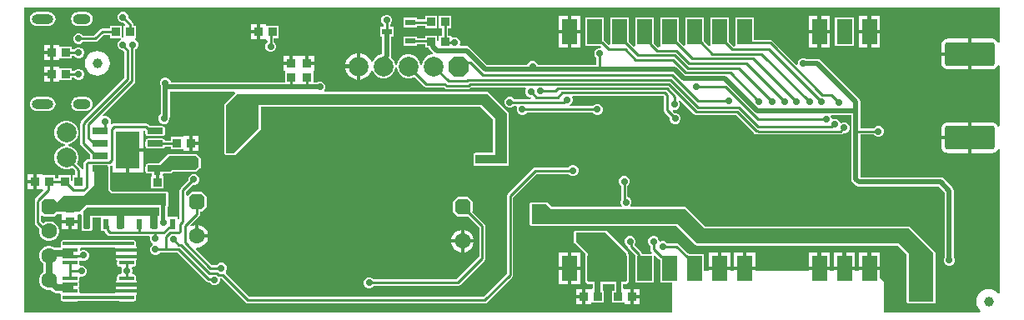
<source format=gbr>
G04*
G04 #@! TF.GenerationSoftware,Altium Limited,Altium Designer,25.8.1 (18)*
G04*
G04 Layer_Physical_Order=2*
G04 Layer_Color=16711680*
%FSLAX44Y44*%
%MOMM*%
G71*
G04*
G04 #@! TF.SameCoordinates,845D26C6-CDDF-46F2-9304-2575DF004011*
G04*
G04*
G04 #@! TF.FilePolarity,Positive*
G04*
G01*
G75*
%ADD12C,0.2500*%
%ADD14C,0.2540*%
%ADD18R,0.8500X0.8500*%
%ADD19R,0.8500X0.8500*%
%ADD20R,1.0000X0.6000*%
G04:AMPARAMS|DCode=25|XSize=5.08mm|YSize=2.42mm|CornerRadius=0.3025mm|HoleSize=0mm|Usage=FLASHONLY|Rotation=180.000|XOffset=0mm|YOffset=0mm|HoleType=Round|Shape=RoundedRectangle|*
%AMROUNDEDRECTD25*
21,1,5.0800,1.8150,0,0,180.0*
21,1,4.4750,2.4200,0,0,180.0*
1,1,0.6050,-2.2375,0.9075*
1,1,0.6050,2.2375,0.9075*
1,1,0.6050,2.2375,-0.9075*
1,1,0.6050,-2.2375,-0.9075*
%
%ADD25ROUNDEDRECTD25*%
%ADD27R,0.6000X1.0000*%
%ADD36C,1.0000*%
%ADD82C,0.6000*%
%ADD90C,0.3000*%
%ADD91C,0.5000*%
%ADD92C,0.7000*%
%ADD93C,1.6000*%
%ADD94C,5.0000*%
%ADD95C,2.0000*%
%ADD96R,2.0000X2.0000*%
%ADD97C,0.5000*%
G04:AMPARAMS|DCode=98|XSize=2mm|YSize=2mm|CornerRadius=0mm|HoleSize=0mm|Usage=FLASHONLY|Rotation=180.000|XOffset=0mm|YOffset=0mm|HoleType=Round|Shape=Octagon|*
%AMOCTAGOND98*
4,1,8,-1.0000,0.5000,-1.0000,-0.5000,-0.5000,-1.0000,0.5000,-1.0000,1.0000,-0.5000,1.0000,0.5000,0.5000,1.0000,-0.5000,1.0000,-1.0000,0.5000,0.0*
%
%ADD98OCTAGOND98*%

G04:AMPARAMS|DCode=99|XSize=1.6mm|YSize=1.6mm|CornerRadius=0mm|HoleSize=0mm|Usage=FLASHONLY|Rotation=270.000|XOffset=0mm|YOffset=0mm|HoleType=Round|Shape=Octagon|*
%AMOCTAGOND99*
4,1,8,-0.4000,-0.8000,0.4000,-0.8000,0.8000,-0.4000,0.8000,0.4000,0.4000,0.8000,-0.4000,0.8000,-0.8000,0.4000,-0.8000,-0.4000,-0.4000,-0.8000,0.0*
%
%ADD99OCTAGOND99*%

%ADD100O,2.2000X1.0000*%
%ADD101O,1.8000X1.0000*%
%ADD102C,0.7000*%
G04:AMPARAMS|DCode=103|XSize=1.475mm|YSize=0.4mm|CornerRadius=0.05mm|HoleSize=0mm|Usage=FLASHONLY|Rotation=0.000|XOffset=0mm|YOffset=0mm|HoleType=Round|Shape=RoundedRectangle|*
%AMROUNDEDRECTD103*
21,1,1.4750,0.3000,0,0,0.0*
21,1,1.3750,0.4000,0,0,0.0*
1,1,0.1000,0.6875,-0.1500*
1,1,0.1000,-0.6875,-0.1500*
1,1,0.1000,-0.6875,0.1500*
1,1,0.1000,0.6875,0.1500*
%
%ADD103ROUNDEDRECTD103*%
%ADD104R,2.4100X3.8100*%
G04:AMPARAMS|DCode=105|XSize=1.6mm|YSize=0.6mm|CornerRadius=0.075mm|HoleSize=0mm|Usage=FLASHONLY|Rotation=180.000|XOffset=0mm|YOffset=0mm|HoleType=Round|Shape=RoundedRectangle|*
%AMROUNDEDRECTD105*
21,1,1.6000,0.4500,0,0,180.0*
21,1,1.4500,0.6000,0,0,180.0*
1,1,0.1500,-0.7250,0.2250*
1,1,0.1500,0.7250,0.2250*
1,1,0.1500,0.7250,-0.2250*
1,1,0.1500,-0.7250,-0.2250*
%
%ADD105ROUNDEDRECTD105*%
%ADD106R,1.5000X2.5000*%
%ADD107C,0.3700*%
G36*
X995000Y279137D02*
X993500Y278839D01*
X993075Y279866D01*
X992029Y281229D01*
X990666Y282275D01*
X989078Y282932D01*
X987375Y283156D01*
X966750D01*
Y267500D01*
Y251844D01*
X987375D01*
X989078Y252068D01*
X990666Y252725D01*
X992029Y253771D01*
X993075Y255134D01*
X993500Y256161D01*
X995000Y255863D01*
Y194137D01*
X993500Y193839D01*
X993075Y194866D01*
X992029Y196229D01*
X990666Y197275D01*
X989078Y197932D01*
X987375Y198156D01*
X966750D01*
Y182500D01*
Y166844D01*
X987375D01*
X989078Y167068D01*
X990666Y167725D01*
X992029Y168771D01*
X993075Y170134D01*
X993500Y171161D01*
X995000Y170863D01*
Y24662D01*
X993500Y24153D01*
X992915Y24915D01*
X990304Y26919D01*
X987263Y28178D01*
X984000Y28608D01*
X980737Y28178D01*
X977696Y26919D01*
X975085Y24915D01*
X973081Y22304D01*
X971822Y19263D01*
X971392Y16000D01*
X971822Y12737D01*
X973081Y9696D01*
X975085Y7085D01*
X975847Y6500D01*
X975338Y5000D01*
X877549D01*
Y35000D01*
X877355Y35975D01*
X876802Y36802D01*
X873900Y39705D01*
Y48250D01*
X851900D01*
Y47549D01*
X848500D01*
Y48250D01*
X826500D01*
Y47549D01*
X823100D01*
Y48250D01*
X801100D01*
Y47549D01*
X747400D01*
Y48250D01*
X725400D01*
Y47549D01*
X722000D01*
Y48250D01*
X700000D01*
Y47549D01*
X695100D01*
Y64500D01*
X679692D01*
X679370Y64564D01*
X679151D01*
X669358Y74358D01*
X668276Y75080D01*
X667000Y75334D01*
X657444D01*
X656115Y76663D01*
X654094Y77500D01*
X651906D01*
X651000Y77125D01*
X649500Y78094D01*
X648663Y80115D01*
X647115Y81663D01*
X645094Y82500D01*
X642906D01*
X640884Y81663D01*
X639337Y80115D01*
X638500Y78094D01*
Y75906D01*
X639337Y73885D01*
X640666Y72556D01*
Y69000D01*
X640920Y67724D01*
X641643Y66642D01*
X642399Y65886D01*
X641825Y64500D01*
X631890D01*
X631650Y65706D01*
X630928Y66788D01*
X624247Y73468D01*
X624663Y73885D01*
X625500Y75906D01*
Y78094D01*
X624663Y80115D01*
X623116Y81663D01*
X621094Y82500D01*
X618906D01*
X616884Y81663D01*
X615337Y80115D01*
X614500Y78094D01*
Y75906D01*
X615337Y73885D01*
X616884Y72337D01*
X617535Y72068D01*
X617773Y70871D01*
X618496Y69789D01*
X625236Y63049D01*
Y56230D01*
X625300Y55908D01*
Y35500D01*
X644300D01*
Y62025D01*
X645686Y62599D01*
X649412Y58872D01*
X650494Y58150D01*
X650700Y58109D01*
Y35500D01*
X662041D01*
X662451Y35000D01*
Y5000D01*
X5000D01*
Y315000D01*
X995000D01*
Y279137D01*
D02*
G37*
%LPC*%
G36*
X424250Y306250D02*
X411750D01*
Y302814D01*
X404000D01*
Y304500D01*
X390000D01*
Y294500D01*
X404000D01*
Y296186D01*
X411750D01*
Y293750D01*
X424250D01*
Y306250D01*
D02*
G37*
G36*
X67500Y310260D02*
X59500D01*
X57673Y310020D01*
X55970Y309314D01*
X54508Y308192D01*
X53386Y306730D01*
X52680Y305027D01*
X52440Y303200D01*
X52680Y301373D01*
X53386Y299670D01*
X54508Y298208D01*
X55970Y297085D01*
X57673Y296380D01*
X59500Y296140D01*
X67500D01*
X69327Y296380D01*
X71030Y297085D01*
X72492Y298208D01*
X73615Y299670D01*
X74320Y301373D01*
X74560Y303200D01*
X74320Y305027D01*
X73615Y306730D01*
X72492Y308192D01*
X71030Y309314D01*
X69327Y310020D01*
X67500Y310260D01*
D02*
G37*
G36*
X29500D02*
X17500D01*
X15673Y310020D01*
X13970Y309314D01*
X12507Y308192D01*
X11386Y306730D01*
X10680Y305027D01*
X10440Y303200D01*
X10680Y301373D01*
X11386Y299670D01*
X12507Y298208D01*
X13970Y297085D01*
X15673Y296380D01*
X17500Y296140D01*
X29500D01*
X31327Y296380D01*
X33030Y297085D01*
X34492Y298208D01*
X35615Y299670D01*
X36320Y301373D01*
X36560Y303200D01*
X36320Y305027D01*
X35615Y306730D01*
X34492Y308192D01*
X33030Y309314D01*
X31327Y310020D01*
X29500Y310260D01*
D02*
G37*
G36*
X873900Y306000D02*
X864650D01*
Y291750D01*
X873900D01*
Y306000D01*
D02*
G37*
G36*
X861150D02*
X851900D01*
Y291750D01*
X861150D01*
Y306000D01*
D02*
G37*
G36*
X823100D02*
X813850D01*
Y291750D01*
X823100D01*
Y306000D01*
D02*
G37*
G36*
X810350D02*
X801100D01*
Y291750D01*
X810350D01*
Y306000D01*
D02*
G37*
G36*
X569600D02*
X560350D01*
Y291750D01*
X569600D01*
Y306000D01*
D02*
G37*
G36*
X556850D02*
X547600D01*
Y291750D01*
X556850D01*
Y306000D01*
D02*
G37*
G36*
X241250Y297750D02*
X235250D01*
Y291750D01*
X241250D01*
Y297750D01*
D02*
G37*
G36*
X106094Y310500D02*
X103906D01*
X101884Y309663D01*
X100337Y308116D01*
X99500Y306094D01*
Y303906D01*
X100337Y301884D01*
X101884Y300337D01*
X103906Y299500D01*
X105814D01*
X107564Y297750D01*
X106943Y296250D01*
X105750D01*
Y285040D01*
X105000Y284438D01*
X104250Y285041D01*
Y296250D01*
X91750D01*
Y293314D01*
X84000D01*
X82732Y293061D01*
X81657Y292343D01*
X75627Y286314D01*
X64465D01*
X63116Y287663D01*
X61094Y288500D01*
X58906D01*
X56884Y287663D01*
X55337Y286115D01*
X54500Y284094D01*
Y281906D01*
X55337Y279884D01*
X56884Y278337D01*
X58906Y277500D01*
X61094D01*
X63116Y278337D01*
X64465Y279686D01*
X77000D01*
X78268Y279939D01*
X79343Y280657D01*
X85372Y286686D01*
X91750D01*
Y283750D01*
X102750D01*
X103004Y283750D01*
X103143Y283050D01*
X103298Y282271D01*
X101962Y281695D01*
X101884Y281663D01*
X100337Y280116D01*
X99500Y278094D01*
Y275906D01*
X100337Y273885D01*
X101884Y272337D01*
X103906Y271500D01*
X104839D01*
X106325Y270013D01*
Y243375D01*
X63157Y200207D01*
X62439Y199132D01*
X62186Y197864D01*
Y197639D01*
X61939Y197268D01*
X61686Y196000D01*
Y177000D01*
X61939Y175732D01*
X62657Y174657D01*
X71942Y165372D01*
X71946Y165351D01*
Y161400D01*
X71219Y160514D01*
X69465D01*
X68196Y160261D01*
X67121Y159543D01*
X65657Y158079D01*
X64939Y157004D01*
X64686Y155736D01*
Y150789D01*
X63186Y150641D01*
X63062Y151268D01*
X62343Y152343D01*
X58200Y156486D01*
X58882Y157668D01*
X59700Y160720D01*
Y163880D01*
X58882Y166932D01*
X57302Y169668D01*
X55068Y171902D01*
X52332Y173482D01*
X49280Y174300D01*
Y175700D01*
X52332Y176518D01*
X55068Y178098D01*
X57302Y180332D01*
X58882Y183068D01*
X59700Y186120D01*
Y189280D01*
X58882Y192332D01*
X57302Y195068D01*
X55068Y197302D01*
X52332Y198882D01*
X49280Y199700D01*
X46120D01*
X43068Y198882D01*
X40332Y197302D01*
X38098Y195068D01*
X36518Y192332D01*
X35700Y189280D01*
Y186120D01*
X36518Y183068D01*
X38098Y180332D01*
X40332Y178098D01*
X43068Y176518D01*
X46120Y175700D01*
Y174300D01*
X43068Y173482D01*
X40332Y171902D01*
X38098Y169668D01*
X36518Y166932D01*
X35700Y163880D01*
Y160720D01*
X36518Y157668D01*
X38098Y154932D01*
X40332Y152698D01*
X43068Y151118D01*
X46120Y150300D01*
X49280D01*
X52332Y151118D01*
X53514Y151800D01*
X56687Y148627D01*
Y144250D01*
X53750D01*
Y138487D01*
X52427Y137780D01*
X52250Y137898D01*
Y144250D01*
X39750D01*
Y141314D01*
X36250D01*
Y144250D01*
X23750D01*
Y145750D01*
X17750D01*
Y138000D01*
Y130250D01*
X22846Y130250D01*
X23963Y128966D01*
X23946Y128632D01*
X16657Y121343D01*
X15939Y120268D01*
X15718Y119158D01*
X15689Y119114D01*
X15436Y117846D01*
Y95927D01*
X15689Y94658D01*
X16407Y93583D01*
X20248Y89742D01*
X20000Y88816D01*
Y86183D01*
X20681Y83640D01*
X21998Y81360D01*
X23860Y79498D01*
X26140Y78181D01*
X28683Y77500D01*
X31316D01*
X33860Y78181D01*
X36140Y79498D01*
X38002Y81360D01*
X39318Y83640D01*
X40000Y86183D01*
Y88816D01*
X39318Y91360D01*
X38002Y93640D01*
X36140Y95502D01*
X33860Y96818D01*
X31316Y97500D01*
X28683D01*
X26140Y96818D01*
X23860Y95502D01*
X22064Y97299D01*
Y103476D01*
X23449Y104050D01*
X25000Y102500D01*
X35000D01*
X37461Y104961D01*
X41837D01*
X43250Y104750D01*
Y98750D01*
X58750D01*
Y103461D01*
X60163Y104961D01*
X61000D01*
X61461Y105052D01*
X62528Y104473D01*
X62961Y104101D01*
Y90000D01*
X63116Y89220D01*
X63500Y88645D01*
Y88000D01*
X64803D01*
X65000Y87961D01*
X72000D01*
X72197Y88000D01*
X73500D01*
Y88645D01*
X73884Y89220D01*
X74039Y90000D01*
Y100961D01*
X82500D01*
Y88000D01*
X86086D01*
X86189Y87482D01*
X86907Y86407D01*
X89657Y83657D01*
X90732Y82939D01*
X92000Y82686D01*
X131810D01*
X132643Y81439D01*
X132500Y81094D01*
Y78906D01*
X133337Y76884D01*
X134885Y75337D01*
X134946Y75312D01*
Y73688D01*
X134885Y73663D01*
X133337Y72116D01*
X132500Y70094D01*
Y67906D01*
X133337Y65884D01*
X134885Y64337D01*
X136906Y63500D01*
X139094D01*
X141116Y64337D01*
X142465Y65686D01*
X160264D01*
X189336Y36614D01*
X190411Y35895D01*
X191679Y35643D01*
X192908D01*
X193183Y34980D01*
X194730Y33433D01*
X196752Y32596D01*
X198940D01*
X200961Y33433D01*
X202508Y34980D01*
X203346Y37002D01*
Y39190D01*
X203556Y39505D01*
X205194Y39619D01*
X229657Y15157D01*
X230732Y14439D01*
X232000Y14186D01*
X472500D01*
X473768Y14439D01*
X474843Y15157D01*
X500343Y40657D01*
X501061Y41732D01*
X501314Y43000D01*
Y121627D01*
X525373Y145686D01*
X557536D01*
X558885Y144337D01*
X560906Y143500D01*
X563094D01*
X565116Y144337D01*
X566663Y145885D01*
X567500Y147906D01*
Y150094D01*
X566663Y152115D01*
X565116Y153663D01*
X563094Y154500D01*
X560906D01*
X558885Y153663D01*
X557536Y152314D01*
X524000D01*
X522732Y152061D01*
X521657Y151343D01*
X495657Y125343D01*
X494939Y124268D01*
X494686Y123000D01*
Y44373D01*
X471128Y20814D01*
X233373D01*
X209543Y44643D01*
X209497Y46719D01*
X209663Y46884D01*
X210500Y48906D01*
Y51094D01*
X209663Y53116D01*
X208116Y54663D01*
X206094Y55500D01*
X203906D01*
X201884Y54663D01*
X200536Y53314D01*
X195373D01*
X179186Y69500D01*
X179807Y71000D01*
X181514D01*
X184439Y71784D01*
X187061Y73298D01*
X189202Y75439D01*
X190716Y78061D01*
X191437Y80750D01*
X180000D01*
Y82500D01*
X178250D01*
Y93937D01*
X175561Y93216D01*
X174290Y92482D01*
X173369Y93682D01*
X182343Y102657D01*
X183061Y103732D01*
X183314Y105000D01*
Y107500D01*
X185000D01*
X190000Y112500D01*
Y122500D01*
X185000Y127500D01*
X175000D01*
X170814Y123314D01*
X169314Y123935D01*
Y127627D01*
X176186Y134500D01*
X178094D01*
X180116Y135337D01*
X181663Y136884D01*
X182500Y138906D01*
Y141094D01*
X181663Y143116D01*
X180116Y144663D01*
X178094Y145500D01*
X175906D01*
X173885Y144663D01*
X172337Y143116D01*
X171500Y141094D01*
Y139186D01*
X163657Y131343D01*
X162939Y130268D01*
X162686Y129000D01*
Y99324D01*
X162000Y98801D01*
X160500Y99545D01*
Y102000D01*
X150500D01*
X150039Y103309D01*
Y112000D01*
X151000D01*
Y113803D01*
X151039Y114000D01*
Y126000D01*
X150884Y126780D01*
X150442Y127442D01*
X149780Y127884D01*
X149000Y128039D01*
X93845D01*
X92039Y129845D01*
Y148626D01*
X92054Y148700D01*
Y153200D01*
X92112Y153749D01*
X92950Y154293D01*
X94450Y153568D01*
Y147450D01*
X108250D01*
Y170000D01*
X110000D01*
Y171750D01*
X125550D01*
Y189498D01*
X126887Y190059D01*
X127946Y189202D01*
Y186800D01*
X128160Y185727D01*
X128767Y184817D01*
X129677Y184210D01*
X130750Y183996D01*
X145250D01*
X146323Y184210D01*
X147233Y184817D01*
X147840Y185727D01*
X148054Y186800D01*
Y191300D01*
X147840Y192373D01*
X147233Y193283D01*
X146323Y193890D01*
X145250Y194104D01*
X136299D01*
X136250Y194114D01*
X132573D01*
X130343Y196343D01*
X129268Y197061D01*
X128000Y197314D01*
X96000D01*
X94732Y197061D01*
X93657Y196343D01*
X93348Y196035D01*
X92077Y196884D01*
X92500Y197906D01*
Y200094D01*
X91663Y202115D01*
X90115Y203663D01*
X88094Y204500D01*
X85906D01*
X84884Y204077D01*
X84035Y205348D01*
X116482Y237796D01*
X117200Y238871D01*
X117453Y240139D01*
Y272063D01*
X118116Y272337D01*
X119663Y273885D01*
X120500Y275906D01*
Y278094D01*
X119663Y280116D01*
X118116Y281663D01*
X116698Y282250D01*
X116996Y283750D01*
X118250D01*
Y296250D01*
X115313D01*
Y298000D01*
X115061Y299268D01*
X114343Y300343D01*
X110500Y304186D01*
Y306094D01*
X109663Y308116D01*
X108116Y309663D01*
X106094Y310500D01*
D02*
G37*
G36*
X241250Y288250D02*
X235250D01*
Y282250D01*
X241250D01*
Y288250D01*
D02*
G37*
G36*
X847000Y304500D02*
X828000D01*
Y275500D01*
X847000D01*
Y304500D01*
D02*
G37*
G36*
X873900Y288250D02*
X864650D01*
Y274000D01*
X873900D01*
Y288250D01*
D02*
G37*
G36*
X861150D02*
X851900D01*
Y274000D01*
X861150D01*
Y288250D01*
D02*
G37*
G36*
X823100D02*
X813850D01*
Y274000D01*
X823100D01*
Y288250D01*
D02*
G37*
G36*
X810350D02*
X801100D01*
Y274000D01*
X810350D01*
Y288250D01*
D02*
G37*
G36*
X569600D02*
X560350D01*
Y274000D01*
X569600D01*
Y288250D01*
D02*
G37*
G36*
X556850D02*
X547600D01*
Y274000D01*
X556850D01*
Y288250D01*
D02*
G37*
G36*
X31250Y276750D02*
X25250D01*
Y270750D01*
X31250D01*
Y276750D01*
D02*
G37*
G36*
X250750Y297750D02*
X244750D01*
Y290000D01*
Y282250D01*
X250750D01*
X251686Y281138D01*
Y279464D01*
X250337Y278116D01*
X249500Y276094D01*
Y273906D01*
X250337Y271884D01*
X251884Y270337D01*
X253906Y269500D01*
X256094D01*
X258116Y270337D01*
X259663Y271884D01*
X260500Y273906D01*
Y276094D01*
X259663Y278116D01*
X258314Y279464D01*
Y283750D01*
X263250D01*
Y296250D01*
X250750D01*
Y297750D01*
D02*
G37*
G36*
X963250Y283156D02*
X942625D01*
X940922Y282932D01*
X939334Y282275D01*
X937971Y281229D01*
X936925Y279866D01*
X936268Y278278D01*
X936044Y276575D01*
Y269250D01*
X963250D01*
Y283156D01*
D02*
G37*
G36*
X40750Y276750D02*
X34750D01*
Y269000D01*
X33000D01*
D01*
X34750D01*
Y261250D01*
X40750D01*
Y262750D01*
X53250D01*
Y265686D01*
X55535D01*
X56884Y264337D01*
X58906Y263500D01*
X61094D01*
X63116Y264337D01*
X64663Y265884D01*
X65500Y267906D01*
Y270094D01*
X64663Y272115D01*
X63116Y273663D01*
X61094Y274500D01*
X58906D01*
X56884Y273663D01*
X55535Y272314D01*
X53250D01*
Y275250D01*
X40750D01*
Y276750D01*
D02*
G37*
G36*
X31250Y267250D02*
X25250D01*
Y261250D01*
X31250D01*
Y267250D01*
D02*
G37*
G36*
X274250Y265750D02*
X268250D01*
Y259750D01*
X274250D01*
Y265750D01*
D02*
G37*
G36*
X299750Y265750D02*
X293750D01*
Y259750D01*
X299750D01*
Y265750D01*
D02*
G37*
G36*
X374094Y307500D02*
X371906D01*
X369884Y306663D01*
X368337Y305116D01*
X367500Y303094D01*
Y300906D01*
X368337Y298885D01*
X369686Y297535D01*
Y295000D01*
X366000D01*
Y285000D01*
X368412D01*
Y267000D01*
X368020D01*
X364968Y266182D01*
X362232Y264602D01*
X359998Y262368D01*
X358466Y259715D01*
X358051Y259632D01*
X356935Y259632D01*
X356780Y260211D01*
X355003Y263289D01*
X352489Y265803D01*
X349411Y267580D01*
X345977Y268500D01*
X345950D01*
Y255000D01*
Y241500D01*
X345977D01*
X349411Y242420D01*
X352489Y244197D01*
X355003Y246711D01*
X356780Y249789D01*
X356935Y250368D01*
X358051Y250368D01*
X358466Y250285D01*
X359998Y247632D01*
X362232Y245398D01*
X364968Y243818D01*
X368020Y243000D01*
X371180D01*
X374232Y243818D01*
X376968Y245398D01*
X379202Y247632D01*
X380782Y250368D01*
X381600Y253420D01*
X383000D01*
X383818Y250368D01*
X385398Y247632D01*
X387632Y245398D01*
X390368Y243818D01*
X393420Y243000D01*
X396580D01*
X399632Y243818D01*
X400814Y244500D01*
X410657Y234657D01*
X411732Y233939D01*
X413000Y233686D01*
X430663D01*
X431193Y233157D01*
X432268Y232439D01*
X433536Y232186D01*
X455864D01*
X457132Y232439D01*
X458207Y233157D01*
X458736Y233686D01*
X513948D01*
X514522Y232301D01*
X514485Y232263D01*
X513648Y230242D01*
Y228054D01*
X514485Y226033D01*
X516032Y224485D01*
X518054Y223648D01*
X518972D01*
X519197Y223314D01*
X518399Y221814D01*
X502215D01*
X500866Y223163D01*
X498844Y224000D01*
X496656D01*
X494635Y223163D01*
X493087Y221616D01*
X492250Y219594D01*
Y217406D01*
X493087Y215385D01*
X494635Y213837D01*
X496656Y213000D01*
X498844D01*
X500866Y213837D01*
X502215Y215186D01*
X504698D01*
X505556Y213686D01*
X505000Y212344D01*
Y210156D01*
X505837Y208134D01*
X507384Y206587D01*
X509406Y205750D01*
X511594D01*
X513615Y206587D01*
X514964Y207936D01*
X582285D01*
X583634Y206587D01*
X585656Y205750D01*
X587844D01*
X589865Y206587D01*
X591413Y208134D01*
X592250Y210156D01*
Y212344D01*
X591413Y214366D01*
X589865Y215913D01*
X587844Y216750D01*
X585656D01*
X583634Y215913D01*
X582285Y214564D01*
X558753D01*
X558455Y216064D01*
X559115Y216337D01*
X560663Y217885D01*
X561500Y219906D01*
Y222094D01*
X561048Y223186D01*
X562050Y224686D01*
X592000D01*
X592000Y224686D01*
X653920D01*
X654014Y224592D01*
Y210672D01*
X654267Y209404D01*
X654985Y208329D01*
X660500Y202814D01*
Y200906D01*
X661337Y198885D01*
X662885Y197337D01*
X664906Y196500D01*
X667094D01*
X669116Y197337D01*
X670663Y198885D01*
X671500Y200906D01*
Y203094D01*
X670663Y205116D01*
X669116Y206663D01*
X667094Y207500D01*
X665186D01*
X663385Y209301D01*
X663903Y210355D01*
X664157Y210650D01*
X666236D01*
X668257Y211487D01*
X669804Y213034D01*
X670642Y215056D01*
Y217244D01*
X669804Y219265D01*
X669388Y219681D01*
X669412Y219800D01*
X671040Y220294D01*
X684927Y206407D01*
X686002Y205689D01*
X687270Y205436D01*
X727514D01*
X745793Y187157D01*
X746868Y186439D01*
X748136Y186186D01*
X748361D01*
X748732Y185939D01*
X750000Y185686D01*
X833698D01*
X834966Y185939D01*
X836041Y186657D01*
X836302Y186919D01*
X836318Y186912D01*
X838506D01*
X840528Y187750D01*
X842075Y189297D01*
X842912Y191318D01*
Y193506D01*
X842075Y195528D01*
X840528Y197075D01*
X838506Y197912D01*
X836318D01*
X834904Y197326D01*
X834140Y197200D01*
X833118Y198017D01*
X832663Y199116D01*
X831115Y200663D01*
X829094Y201500D01*
X826906D01*
X826000Y201125D01*
X824500Y202094D01*
X823747Y203912D01*
X824326Y205412D01*
X844412D01*
Y189000D01*
Y140465D01*
X844761Y138709D01*
X845756Y137221D01*
X848685Y134292D01*
X850173Y133297D01*
X851929Y132948D01*
X933199D01*
X939412Y126736D01*
Y61190D01*
X939337Y61115D01*
X938500Y59094D01*
Y56906D01*
X939337Y54885D01*
X940884Y53337D01*
X942906Y52500D01*
X945094D01*
X947115Y53337D01*
X948663Y54885D01*
X949500Y56906D01*
Y59094D01*
X948663Y61115D01*
X948588Y61190D01*
Y128636D01*
X948239Y130392D01*
X947244Y131880D01*
X938344Y140780D01*
X936856Y141775D01*
X935100Y142124D01*
X853829D01*
X853588Y142366D01*
Y185686D01*
X867535D01*
X868885Y184337D01*
X870906Y183500D01*
X873094D01*
X875116Y184337D01*
X876663Y185884D01*
X877500Y187906D01*
Y190094D01*
X876663Y192115D01*
X875116Y193663D01*
X873094Y194500D01*
X870906D01*
X868885Y193663D01*
X867535Y192314D01*
X853588D01*
Y210000D01*
Y219000D01*
X853239Y220756D01*
X852244Y222244D01*
X813244Y261244D01*
X811756Y262239D01*
X810000Y262588D01*
X799190D01*
X799116Y262663D01*
X797094Y263500D01*
X794906D01*
X792885Y262663D01*
X791337Y261115D01*
X790500Y259094D01*
Y257336D01*
X789211Y256622D01*
X789114Y256601D01*
X764587Y281128D01*
X763506Y281850D01*
X762230Y282104D01*
X745900D01*
Y304500D01*
X726900D01*
Y275500D01*
X725469Y275334D01*
X725381D01*
X720500Y280215D01*
Y304500D01*
X701500D01*
Y276654D01*
X701500Y276336D01*
X701010Y276133D01*
X700000Y275715D01*
X695100Y280615D01*
Y304500D01*
X676100D01*
Y276736D01*
X674600Y276115D01*
X669700Y281015D01*
Y304500D01*
X650700D01*
Y275500D01*
X650053Y274564D01*
X648506Y274476D01*
X644364Y278618D01*
Y283770D01*
X644300Y284092D01*
Y304500D01*
X625300D01*
Y276926D01*
X625300Y275937D01*
X623943Y275191D01*
X623880Y275235D01*
X618900Y280215D01*
Y304500D01*
X599900D01*
Y277581D01*
X598400Y276959D01*
X594232Y281128D01*
X593500Y281616D01*
Y304500D01*
X574500D01*
Y275500D01*
X589908D01*
X590080Y275466D01*
X590501Y274886D01*
X590401Y274548D01*
X589946Y273785D01*
X589626Y273500D01*
X587906D01*
X585885Y272663D01*
X584337Y271115D01*
X583500Y269094D01*
Y266906D01*
X584337Y264884D01*
X585686Y263535D01*
Y256588D01*
X526295D01*
X525663Y258116D01*
X524115Y259663D01*
X522094Y260500D01*
X519906D01*
X517884Y259663D01*
X516337Y258116D01*
X515705Y256588D01*
X474901D01*
X457244Y274244D01*
X455756Y275239D01*
X454000Y275588D01*
X448163D01*
X447161Y277088D01*
X447500Y277906D01*
Y280094D01*
X446663Y282115D01*
X445116Y283663D01*
X443094Y284500D01*
X440906D01*
X439750Y284021D01*
X438250Y284988D01*
Y286250D01*
X435314D01*
Y293750D01*
X438250D01*
Y306250D01*
X425750D01*
Y293750D01*
X428687D01*
Y286250D01*
X425750D01*
Y280475D01*
X424250Y279810D01*
Y286250D01*
X411750D01*
Y283834D01*
X404000D01*
Y285500D01*
X390000D01*
Y275500D01*
X404000D01*
Y277166D01*
X411750D01*
Y273750D01*
X415460D01*
X415511Y273494D01*
X416505Y272006D01*
X420011Y268500D01*
X419390Y267000D01*
X418820D01*
X415768Y266182D01*
X413032Y264602D01*
X410798Y262368D01*
X409218Y259632D01*
X408400Y256580D01*
X407000D01*
X406182Y259632D01*
X404602Y262368D01*
X402368Y264602D01*
X399632Y266182D01*
X396580Y267000D01*
X393420D01*
X390368Y266182D01*
X387632Y264602D01*
X385398Y262368D01*
X383818Y259632D01*
X383000Y256580D01*
X381600D01*
X380782Y259632D01*
X379202Y262368D01*
X377348Y264222D01*
X377588Y265429D01*
Y285000D01*
X380000D01*
Y295000D01*
X376314D01*
Y297535D01*
X377663Y298885D01*
X378500Y300906D01*
Y303094D01*
X377663Y305116D01*
X376115Y306663D01*
X374094Y307500D01*
D02*
G37*
G36*
X342450Y268500D02*
X342423D01*
X338989Y267580D01*
X335911Y265803D01*
X333397Y263289D01*
X331620Y260211D01*
X330700Y256777D01*
Y256750D01*
X342450D01*
Y268500D01*
D02*
G37*
G36*
X963250Y265750D02*
X936044D01*
Y258425D01*
X936268Y256722D01*
X936925Y255134D01*
X937971Y253771D01*
X939334Y252725D01*
X940922Y252068D01*
X942625Y251844D01*
X963250D01*
Y265750D01*
D02*
G37*
G36*
X31250Y254750D02*
X25250D01*
Y248750D01*
X31250D01*
Y254750D01*
D02*
G37*
G36*
X79000Y270608D02*
X75737Y270178D01*
X72696Y268919D01*
X70085Y266915D01*
X68081Y264304D01*
X66822Y261263D01*
X66392Y258000D01*
X66822Y254737D01*
X68081Y251696D01*
X70085Y249085D01*
X72696Y247081D01*
X75737Y245822D01*
X79000Y245392D01*
X82263Y245822D01*
X85304Y247081D01*
X87915Y249085D01*
X89919Y251696D01*
X91178Y254737D01*
X91608Y258000D01*
X91178Y261263D01*
X89919Y264304D01*
X87915Y266915D01*
X85304Y268919D01*
X82263Y270178D01*
X79000Y270608D01*
D02*
G37*
G36*
X342450Y253250D02*
X330700D01*
Y253223D01*
X331620Y249789D01*
X333397Y246711D01*
X335911Y244197D01*
X338989Y242420D01*
X342423Y241500D01*
X342450D01*
Y253250D01*
D02*
G37*
G36*
X40750Y254750D02*
X34750D01*
Y247000D01*
Y239250D01*
X40750D01*
Y240750D01*
X53250D01*
Y243686D01*
X55535D01*
X56884Y242337D01*
X58906Y241500D01*
X61094D01*
X63116Y242337D01*
X64663Y243885D01*
X65500Y245906D01*
Y248094D01*
X64663Y250116D01*
X63116Y251663D01*
X61094Y252500D01*
X58906D01*
X56884Y251663D01*
X55535Y250314D01*
X53250D01*
Y253250D01*
X40750D01*
Y254750D01*
D02*
G37*
G36*
X31250Y245250D02*
X25250D01*
Y239250D01*
X31250D01*
Y245250D01*
D02*
G37*
G36*
X283750Y265750D02*
Y265750D01*
X282794Y265750D01*
X277750D01*
Y258000D01*
X276000D01*
Y256250D01*
X268250D01*
Y250250D01*
X269750D01*
Y238588D01*
X153500D01*
Y239094D01*
X152663Y241115D01*
X151116Y242663D01*
X149094Y243500D01*
X146906D01*
X144885Y242663D01*
X143337Y241115D01*
X142500Y239094D01*
Y236906D01*
X143337Y234884D01*
X143412Y234810D01*
Y206190D01*
X142337Y205116D01*
X141500Y203094D01*
Y200906D01*
X142337Y198885D01*
X143884Y197337D01*
X145906Y196500D01*
X148094D01*
X150115Y197337D01*
X151663Y198885D01*
X152500Y200906D01*
Y203094D01*
X152500Y203095D01*
X152588Y203541D01*
Y229412D01*
X218407D01*
X219028Y227912D01*
X208558Y217442D01*
X208116Y216780D01*
X207961Y216000D01*
X207961Y167000D01*
X208116Y166220D01*
X208558Y165558D01*
X209220Y165116D01*
X210000Y164961D01*
X218000D01*
X218780Y165116D01*
X219442Y165558D01*
X244442Y190558D01*
X244884Y191220D01*
X245039Y192000D01*
X245039Y207000D01*
Y213961D01*
X468155D01*
X480961Y201155D01*
Y167039D01*
X463000D01*
X462220Y166884D01*
X461558Y166442D01*
X461116Y165780D01*
X460961Y165000D01*
Y156000D01*
X461116Y155220D01*
X461558Y154558D01*
X462220Y154116D01*
X463000Y153961D01*
X495000D01*
X495780Y154116D01*
X496442Y154558D01*
X496884Y155220D01*
X497039Y156000D01*
Y207000D01*
X496884Y207780D01*
X496442Y208442D01*
X496442Y208442D01*
X476442Y228442D01*
X475780Y228884D01*
X475000Y229039D01*
X309939D01*
X309317Y230539D01*
X309663Y230884D01*
X310500Y232906D01*
Y235094D01*
X309663Y237115D01*
X308116Y238663D01*
X306094Y239500D01*
X303906D01*
X301884Y238663D01*
X301810Y238588D01*
X298250D01*
Y250250D01*
X299750D01*
Y256250D01*
X292000D01*
Y258000D01*
X290250D01*
Y265750D01*
X285207D01*
X283814Y265750D01*
X283750Y265750D01*
D02*
G37*
G36*
X67500Y223860D02*
X59500D01*
X57673Y223620D01*
X55970Y222915D01*
X54508Y221792D01*
X53386Y220330D01*
X52680Y218627D01*
X52440Y216800D01*
X52680Y214973D01*
X53386Y213270D01*
X54508Y211808D01*
X55970Y210686D01*
X57673Y209980D01*
X59500Y209740D01*
X67500D01*
X69327Y209980D01*
X71030Y210686D01*
X72492Y211808D01*
X73615Y213270D01*
X74320Y214973D01*
X74560Y216800D01*
X74320Y218627D01*
X73615Y220330D01*
X72492Y221792D01*
X71030Y222915D01*
X69327Y223620D01*
X67500Y223860D01*
D02*
G37*
G36*
X29500D02*
X17500D01*
X15673Y223620D01*
X13970Y222915D01*
X12507Y221792D01*
X11386Y220330D01*
X10680Y218627D01*
X10440Y216800D01*
X10680Y214973D01*
X11386Y213270D01*
X12507Y211808D01*
X13970Y210686D01*
X15673Y209980D01*
X17500Y209740D01*
X29500D01*
X31327Y209980D01*
X33030Y210686D01*
X34492Y211808D01*
X35615Y213270D01*
X36320Y214973D01*
X36560Y216800D01*
X36320Y218627D01*
X35615Y220330D01*
X34492Y221792D01*
X33030Y222915D01*
X31327Y223620D01*
X29500Y223860D01*
D02*
G37*
G36*
X963250Y198156D02*
X942625D01*
X940922Y197932D01*
X939334Y197275D01*
X937971Y196229D01*
X936925Y194866D01*
X936268Y193278D01*
X936044Y191575D01*
Y184250D01*
X963250D01*
Y198156D01*
D02*
G37*
G36*
X172250Y184750D02*
X166250D01*
Y183250D01*
X153750D01*
Y179664D01*
X147842D01*
X147840Y179673D01*
X147233Y180583D01*
X146323Y181190D01*
X145250Y181404D01*
X130750D01*
X129677Y181190D01*
X128767Y180583D01*
X128160Y179673D01*
X127946Y178600D01*
Y174100D01*
X128160Y173027D01*
X128767Y172117D01*
X129677Y171510D01*
X130750Y171296D01*
X145250D01*
X146323Y171510D01*
X147233Y172117D01*
X147840Y173027D01*
X147842Y173036D01*
X153750D01*
Y170750D01*
X166250D01*
Y169250D01*
X172250D01*
Y177000D01*
Y184750D01*
D02*
G37*
G36*
X181750D02*
X175750D01*
Y178750D01*
X181750D01*
Y184750D01*
D02*
G37*
G36*
Y175250D02*
X175750D01*
Y169250D01*
X181750D01*
Y175250D01*
D02*
G37*
G36*
X963250Y180750D02*
X936044D01*
Y173425D01*
X936268Y171722D01*
X936925Y170134D01*
X937971Y168771D01*
X939334Y167725D01*
X940922Y167068D01*
X942625Y166844D01*
X963250D01*
Y180750D01*
D02*
G37*
G36*
X152000Y166039D02*
X151220Y165884D01*
X150558Y165442D01*
X150558Y165442D01*
X147558Y162442D01*
X141120Y156004D01*
X130750D01*
X129677Y155790D01*
X128767Y155183D01*
X128160Y154273D01*
X127946Y153200D01*
Y148700D01*
X128160Y147627D01*
X128767Y146717D01*
X129677Y146110D01*
X130750Y145896D01*
X134181D01*
X134718Y144396D01*
X133984Y143328D01*
X133846Y143250D01*
X133750D01*
Y130750D01*
X146250D01*
Y143250D01*
X146154D01*
X146016Y143328D01*
X145275Y144406D01*
X145271Y144646D01*
X145859Y145961D01*
X153000D01*
X153780Y146116D01*
X154442Y146558D01*
X155845Y147961D01*
X179000D01*
X179000Y147961D01*
X179780Y148116D01*
X180442Y148558D01*
X180442Y148558D01*
X183442Y151558D01*
X183884Y152220D01*
X184039Y153000D01*
Y161000D01*
X184039Y161000D01*
X183884Y161780D01*
X183442Y162442D01*
X183442Y162442D01*
X180442Y165442D01*
X179780Y165884D01*
X179000Y166039D01*
X152000D01*
X152000Y166039D01*
D02*
G37*
G36*
X125550Y168250D02*
X111750D01*
Y147450D01*
X125550D01*
Y168250D01*
D02*
G37*
G36*
X14250Y145750D02*
X8250D01*
Y139750D01*
X14250D01*
Y145750D01*
D02*
G37*
G36*
Y136250D02*
X8250D01*
Y130250D01*
X14250D01*
Y136250D01*
D02*
G37*
G36*
X615094Y143500D02*
X612906D01*
X610885Y142663D01*
X609337Y141116D01*
X608500Y139094D01*
Y136906D01*
X609337Y134885D01*
X610666Y133556D01*
Y120207D01*
X610896Y119050D01*
X610500Y118094D01*
Y115906D01*
X611337Y113884D01*
X611683Y113539D01*
X611061Y112039D01*
X540845D01*
X536442Y116442D01*
X535780Y116884D01*
X535000Y117039D01*
X520000D01*
X519220Y116884D01*
X518558Y116442D01*
X518116Y115780D01*
X517961Y115000D01*
Y95000D01*
X518116Y94220D01*
X518558Y93558D01*
X519220Y93116D01*
X520000Y92961D01*
X667155D01*
X686558Y73558D01*
X687220Y73116D01*
X688000Y72961D01*
X892155D01*
X900961Y64155D01*
Y16000D01*
X901116Y15220D01*
X901558Y14558D01*
X902220Y14116D01*
X903000Y13961D01*
X928000D01*
X928780Y14116D01*
X929442Y14558D01*
X929884Y15220D01*
X930039Y16000D01*
Y65000D01*
X929884Y65780D01*
X929442Y66442D01*
X929442Y66442D01*
X904442Y91442D01*
X903780Y91884D01*
X903000Y92039D01*
X696845D01*
X677442Y111442D01*
X676780Y111884D01*
X676000Y112039D01*
X620939D01*
X620317Y113539D01*
X620663Y113884D01*
X621500Y115906D01*
Y118094D01*
X620663Y120115D01*
X619115Y121663D01*
X617334Y122401D01*
Y133556D01*
X618663Y134885D01*
X619500Y136906D01*
Y139094D01*
X618663Y141116D01*
X617116Y142663D01*
X615094Y143500D01*
D02*
G37*
G36*
X58750Y95250D02*
X52750D01*
Y89250D01*
X58750D01*
Y95250D01*
D02*
G37*
G36*
X49250D02*
X43250D01*
Y89250D01*
X49250D01*
Y95250D01*
D02*
G37*
G36*
X181750Y93937D02*
Y84250D01*
X191437D01*
X190716Y86939D01*
X189202Y89561D01*
X187061Y91702D01*
X184439Y93216D01*
X181750Y93937D01*
D02*
G37*
G36*
X451750Y88937D02*
Y79250D01*
X461437D01*
X460716Y81939D01*
X459202Y84561D01*
X457061Y86702D01*
X454439Y88216D01*
X451750Y88937D01*
D02*
G37*
G36*
X448250Y88937D02*
X445561Y88216D01*
X442939Y86702D01*
X440798Y84561D01*
X439284Y81939D01*
X438563Y79250D01*
X448250D01*
Y88937D01*
D02*
G37*
G36*
X115475Y78799D02*
X101725D01*
X101104Y78675D01*
X58898D01*
X58277Y78799D01*
X44527D01*
X43551Y78605D01*
X42724Y78052D01*
X42172Y77225D01*
X41978Y76250D01*
Y73250D01*
X42172Y72275D01*
X42335Y72031D01*
X41530Y70608D01*
X35957D01*
X33860Y71818D01*
X31316Y72500D01*
X28683D01*
X26140Y71818D01*
X23860Y70502D01*
X21998Y68640D01*
X20681Y66360D01*
X20000Y63816D01*
Y61183D01*
X20681Y58640D01*
X21998Y56360D01*
X23860Y54498D01*
X24392Y54191D01*
Y45809D01*
X23860Y45502D01*
X21998Y43640D01*
X20681Y41360D01*
X20000Y38816D01*
Y36183D01*
X20681Y33640D01*
X21998Y31360D01*
X23860Y29498D01*
X26140Y28181D01*
X28683Y27500D01*
X31316D01*
X31910Y27659D01*
X33535Y26035D01*
X35354Y24819D01*
X37500Y24392D01*
X41529D01*
X42333Y22970D01*
X42170Y22725D01*
X41976Y21750D01*
Y18750D01*
X42170Y17775D01*
X42723Y16948D01*
X43550Y16395D01*
X44525Y16201D01*
X58275D01*
X58896Y16325D01*
X101102D01*
X101723Y16201D01*
X115473D01*
X116449Y16395D01*
X117276Y16948D01*
X117828Y17775D01*
X118022Y18750D01*
Y21750D01*
X117953Y22096D01*
X118357Y22366D01*
X119241Y23689D01*
X119502Y25000D01*
X97440D01*
X96763Y24175D01*
X62140D01*
X60824Y25250D01*
Y28250D01*
X60630Y29225D01*
X60112Y30000D01*
X60630Y30775D01*
X60824Y31750D01*
Y34750D01*
X60630Y35725D01*
X60112Y36500D01*
X60630Y37275D01*
X60824Y38250D01*
Y40325D01*
X61835Y41423D01*
X62287Y41500D01*
X64094D01*
X66115Y42337D01*
X67663Y43885D01*
X68500Y45906D01*
Y48094D01*
X67663Y50115D01*
X66115Y51663D01*
X64094Y52500D01*
X62106D01*
X61668Y52754D01*
X60810Y53669D01*
X60826Y53750D01*
Y56750D01*
X60695Y57405D01*
X61772Y58249D01*
X61926Y58320D01*
X63906Y57500D01*
X66094D01*
X68116Y58337D01*
X69663Y59885D01*
X70500Y61906D01*
Y64094D01*
X69663Y66115D01*
X68116Y67663D01*
X66094Y68500D01*
X63906D01*
X62470Y67905D01*
X61718Y68258D01*
X61142Y68622D01*
X61211Y70065D01*
X62141Y70825D01*
X96765D01*
X97442Y70000D01*
X108600D01*
X119504D01*
X119243Y71311D01*
X118359Y72634D01*
X117955Y72904D01*
X118024Y73250D01*
Y76250D01*
X117830Y77225D01*
X117277Y78052D01*
X116450Y78605D01*
X115475Y78799D01*
D02*
G37*
G36*
X461437Y75750D02*
X451750D01*
Y66063D01*
X454439Y66784D01*
X457061Y68298D01*
X459202Y70439D01*
X460716Y73061D01*
X461437Y75750D01*
D02*
G37*
G36*
X448250D02*
X438563D01*
X439284Y73061D01*
X440798Y70439D01*
X442939Y68298D01*
X445561Y66784D01*
X448250Y66063D01*
Y75750D01*
D02*
G37*
G36*
X119504Y66500D02*
X108600D01*
X97696D01*
X97957Y65189D01*
X98083Y65000D01*
X97957Y64811D01*
X97696Y63500D01*
X108600D01*
X119504D01*
X119243Y64811D01*
X119116Y65000D01*
X119243Y65189D01*
X119504Y66500D01*
D02*
G37*
G36*
X873900Y66000D02*
X864650D01*
Y51750D01*
X873900D01*
Y66000D01*
D02*
G37*
G36*
X861150D02*
X851900D01*
Y51750D01*
X861150D01*
Y66000D01*
D02*
G37*
G36*
X848500D02*
X839250D01*
Y51750D01*
X848500D01*
Y66000D01*
D02*
G37*
G36*
X835750D02*
X826500D01*
Y51750D01*
X835750D01*
Y66000D01*
D02*
G37*
G36*
X823100D02*
X813850D01*
Y51750D01*
X823100D01*
Y66000D01*
D02*
G37*
G36*
X810350D02*
X801100D01*
Y51750D01*
X810350D01*
Y66000D01*
D02*
G37*
G36*
X747400D02*
X738150D01*
Y51750D01*
X747400D01*
Y66000D01*
D02*
G37*
G36*
X734650D02*
X725400D01*
Y51750D01*
X734650D01*
Y66000D01*
D02*
G37*
G36*
X722000D02*
X712750D01*
Y51750D01*
X722000D01*
Y66000D01*
D02*
G37*
G36*
X709250D02*
X700000D01*
Y51750D01*
X709250D01*
Y66000D01*
D02*
G37*
G36*
X569600D02*
X560350D01*
Y51750D01*
X569600D01*
Y66000D01*
D02*
G37*
G36*
X556850D02*
X547600D01*
Y51750D01*
X556850D01*
Y66000D01*
D02*
G37*
G36*
X455000Y122500D02*
X445000D01*
X440000Y117500D01*
Y107500D01*
X445000Y102500D01*
X455000D01*
X455157Y102657D01*
X466686Y91127D01*
Y61373D01*
X443628Y38314D01*
X359464D01*
X358116Y39663D01*
X356094Y40500D01*
X353906D01*
X351884Y39663D01*
X350337Y38115D01*
X349500Y36094D01*
Y33906D01*
X350337Y31885D01*
X351884Y30337D01*
X353906Y29500D01*
X356094D01*
X358116Y30337D01*
X359464Y31686D01*
X445000D01*
X446268Y31939D01*
X447343Y32657D01*
X472343Y57657D01*
X473061Y58732D01*
X473314Y60000D01*
Y92500D01*
X473061Y93768D01*
X472343Y94843D01*
X459843Y107343D01*
X460000Y107500D01*
Y117500D01*
X455000Y122500D01*
D02*
G37*
G36*
X119504Y60000D02*
X108600D01*
X97696D01*
X97957Y58689D01*
X98841Y57366D01*
X99245Y57096D01*
X99176Y56750D01*
Y53750D01*
X99370Y52775D01*
X99923Y51948D01*
X100750Y51395D01*
X101725Y51201D01*
X102963D01*
X103959Y49701D01*
X103500Y48594D01*
Y46406D01*
X103959Y45299D01*
X102963Y43799D01*
X101723D01*
X100748Y43605D01*
X99921Y43052D01*
X99368Y42225D01*
X99174Y41250D01*
Y38250D01*
X99243Y37904D01*
X98840Y37634D01*
X97956Y36311D01*
X97695Y35000D01*
X119502D01*
X119241Y36311D01*
X118357Y37634D01*
X117953Y37904D01*
X118022Y38250D01*
Y41250D01*
X117828Y42225D01*
X117276Y43052D01*
X116449Y43605D01*
X115473Y43799D01*
X115037D01*
X114041Y45299D01*
X114500Y46406D01*
Y48594D01*
X114042Y49701D01*
X115037Y51201D01*
X115475D01*
X116450Y51395D01*
X117277Y51948D01*
X117830Y52775D01*
X118024Y53750D01*
Y56750D01*
X117955Y57096D01*
X118359Y57366D01*
X119243Y58689D01*
X119504Y60000D01*
D02*
G37*
G36*
X569600Y48250D02*
X560350D01*
Y34000D01*
X569600D01*
Y48250D01*
D02*
G37*
G36*
X556850D02*
X547600D01*
Y34000D01*
X556850D01*
Y48250D01*
D02*
G37*
G36*
X119502Y31500D02*
X97695D01*
X97956Y30189D01*
X98082Y30000D01*
X97956Y29811D01*
X97695Y28500D01*
X119502D01*
X119241Y29811D01*
X119115Y30000D01*
X119241Y30189D01*
X119502Y31500D01*
D02*
G37*
G36*
X629750Y28750D02*
X623750D01*
Y22750D01*
X629750D01*
Y28750D01*
D02*
G37*
G36*
X571250D02*
X565250D01*
Y22750D01*
X571250D01*
Y28750D01*
D02*
G37*
G36*
X629750Y19250D02*
X623750D01*
Y13250D01*
X629750D01*
Y19250D01*
D02*
G37*
G36*
X595000Y88039D02*
X565000D01*
X564220Y87884D01*
X563558Y87442D01*
X563116Y86780D01*
X562961Y86000D01*
Y77000D01*
X563116Y76220D01*
X563558Y75558D01*
X563558Y75558D01*
X573572Y65544D01*
X574500Y64500D01*
X574500D01*
X574500Y64500D01*
Y35500D01*
X575060D01*
X575116Y35220D01*
X575558Y34558D01*
X576220Y34116D01*
X577000Y33961D01*
X581961D01*
Y29448D01*
X580750Y28750D01*
X574750D01*
Y21000D01*
Y13250D01*
X580750D01*
Y14750D01*
X593250D01*
Y27250D01*
X592039D01*
Y33961D01*
X603961D01*
Y27250D01*
X601750D01*
Y14750D01*
X614250D01*
Y13250D01*
X620250D01*
Y21000D01*
Y28750D01*
X614250D01*
X613039Y29449D01*
Y33961D01*
X616000D01*
X616780Y34116D01*
X617442Y34558D01*
X617884Y35220D01*
X617940Y35500D01*
X618900D01*
Y64500D01*
X618039D01*
Y65000D01*
X617884Y65780D01*
X617442Y66442D01*
X596442Y87442D01*
X595780Y87884D01*
X595000Y88039D01*
D02*
G37*
G36*
X571250Y19250D02*
X565250D01*
Y13250D01*
X571250D01*
Y19250D01*
D02*
G37*
%LPD*%
G36*
X90000Y129000D02*
X93000Y126000D01*
X149000D01*
Y114000D01*
X148000Y113000D01*
Y94000D01*
X144000D01*
Y114000D01*
X68000D01*
X61000Y107000D01*
X24000Y107000D01*
Y116000D01*
X38000D01*
X45000Y123000D01*
X65000D01*
X76000Y134000D01*
X76000Y153000D01*
X90000D01*
Y129000D01*
D02*
G37*
G36*
X141961Y103000D02*
X140000D01*
Y90000D01*
X133000D01*
Y103000D01*
X106000D01*
Y90000D01*
X99000D01*
Y103000D01*
X72000D01*
Y90000D01*
X65000D01*
Y108000D01*
X68961Y111961D01*
X141961D01*
Y103000D01*
D02*
G37*
G36*
X495000Y207000D02*
Y156000D01*
X463000D01*
Y165000D01*
X483000D01*
Y202000D01*
X469000Y216000D01*
X243000D01*
Y207000D01*
X243000Y192000D01*
X218000Y167000D01*
X210000D01*
X210000Y216000D01*
X221000Y227000D01*
X475000D01*
X495000Y207000D01*
D02*
G37*
G36*
X182000Y161000D02*
Y153000D01*
X179000Y150000D01*
X155000D01*
X153000Y148000D01*
X143000D01*
Y145000D01*
Y144750D01*
X141750D01*
Y137000D01*
X138250D01*
Y144750D01*
X137000D01*
Y148000D01*
X132000D01*
Y153000D01*
X141000Y153000D01*
X149000Y161000D01*
X152000Y164000D01*
X179000D01*
X182000Y161000D01*
D02*
G37*
G36*
X540000Y110000D02*
X676000D01*
X696000Y90000D01*
X903000D01*
X928000Y65000D01*
Y16000D01*
X903000D01*
Y65000D01*
X893000Y75000D01*
X688000D01*
X668000Y95000D01*
X520000D01*
Y115000D01*
X535000D01*
X540000Y110000D01*
D02*
G37*
G36*
X616000Y65000D02*
Y36000D01*
X611000D01*
Y17000D01*
X606000D01*
Y36000D01*
X590000D01*
Y17000D01*
X584000D01*
Y36000D01*
X577000D01*
Y65000D01*
X565000Y77000D01*
Y86000D01*
X595000D01*
X616000Y65000D01*
D02*
G37*
D12*
X196985Y38957D02*
X197846Y38096D01*
X161636Y69000D02*
X191679Y38957D01*
X196985D01*
X192636Y45000D02*
X200454D01*
X202204Y43250D01*
X164136Y73500D02*
X192636Y45000D01*
X206250Y43250D02*
X232000Y17500D01*
X202204Y43250D02*
X206250D01*
X232000Y17500D02*
X472500D01*
X498000Y43000D01*
X18750Y95927D02*
X27176Y87500D01*
X19000Y119000D02*
X29464Y129465D01*
X18750Y95927D02*
Y117846D01*
X19000Y118096D01*
Y119000D01*
X30000Y37500D02*
X30000D01*
X166000Y129000D02*
X177000Y140000D01*
X166000Y97364D02*
Y129000D01*
X163500Y94864D02*
X166000Y97364D01*
X163500Y87533D02*
Y94864D01*
X162036Y86068D02*
X163500Y87533D01*
X152932Y86068D02*
X162036D01*
X149000Y69000D02*
Y82136D01*
X138000Y69000D02*
X149000D01*
Y82136D02*
X152932Y86068D01*
X149000Y69000D02*
X161636D01*
X161500Y73500D02*
X164136D01*
X156000Y79000D02*
X161500Y73500D01*
X29464Y129465D02*
Y137464D01*
X30000Y138000D01*
X255000Y275000D02*
Y288000D01*
X257000Y290000D01*
X60000Y283000D02*
X77000D01*
X84000Y290000D02*
X98000D01*
X77000Y283000D02*
X84000Y290000D01*
X47000Y247000D02*
X60000D01*
X47000Y269000D02*
X60000D01*
X276000Y235000D02*
Y244000D01*
X275000Y234000D02*
X276000Y235000D01*
X292000D02*
Y244000D01*
Y235000D02*
X293000Y234000D01*
X544215Y230000D02*
X546715Y232500D01*
X657156D01*
X529000Y230000D02*
X544215D01*
X657156Y232500D02*
X665142Y224514D01*
X458086Y258783D02*
X470868Y246000D01*
X662748D01*
X688748Y220000D01*
X525046Y223250D02*
X546250D01*
X519148Y229148D02*
X525046Y223250D01*
X433536Y235500D02*
X455864D01*
X457364Y237000D02*
X659020D01*
X455864Y235500D02*
X457364Y237000D01*
X435400Y240000D02*
X454000D01*
X455500Y241500D02*
X660884D01*
X454000Y240000D02*
X455500Y241500D01*
X449583Y258783D02*
X458086D01*
X660884Y241500D02*
X689134Y213250D01*
X659020Y237000D02*
X687270Y208750D01*
X445800Y255000D02*
X449583Y258783D01*
X497750Y218500D02*
X552282D01*
X554782Y221000D01*
X556000D01*
X849000Y189000D02*
X872000D01*
X589000Y252000D02*
Y268000D01*
X450000Y112500D02*
X470000Y92500D01*
X445000Y35000D02*
X470000Y60000D01*
Y92500D01*
X355000Y35000D02*
X445000D01*
X498000Y43000D02*
Y123000D01*
X524000Y149000D02*
X562000D01*
X498000Y123000D02*
X524000Y149000D01*
X151750Y91250D02*
X153750D01*
X146500Y86000D02*
X151750Y91250D01*
X153750D02*
X155500Y93000D01*
X138000Y86000D02*
X146500D01*
X155500Y93000D02*
Y95000D01*
X168000Y93000D02*
X180000Y105000D01*
X168000Y76000D02*
Y93000D01*
X180000Y105000D02*
Y117500D01*
X168000Y76000D02*
X194000Y50000D01*
X205000D01*
X121000Y86000D02*
X138000D01*
Y80000D02*
Y86000D01*
X92000D02*
X121000D01*
X121500Y86500D01*
Y95000D01*
X89250Y88750D02*
X92000Y86000D01*
X87500Y95000D02*
X89250Y93250D01*
Y88750D02*
Y93250D01*
X68000Y132000D02*
Y155736D01*
X69465Y157200D02*
X90000D01*
X68000Y155736D02*
X69465Y157200D01*
X131200Y190800D02*
X136250D01*
X138000Y189050D01*
X128000Y194000D02*
X131200Y190800D01*
X96000Y194000D02*
X128000D01*
X93454Y191453D02*
X96000Y194000D01*
X93454Y159947D02*
Y191453D01*
X90907Y157400D02*
X93454Y159947D01*
X90000Y157200D02*
X90200Y157400D01*
X90907D01*
X65000Y129000D02*
X68000Y132000D01*
X55000Y129000D02*
X65000D01*
X46000Y138000D02*
X55000Y129000D01*
X749555Y201000D02*
X819000D01*
X716555Y234000D02*
X749555Y201000D01*
X689134Y213250D02*
X730750D01*
X687270Y208750D02*
X728886D01*
X749500Y189500D02*
X750000Y189000D01*
X748136Y189500D02*
X749500D01*
X750000Y189000D02*
X833698D01*
X728886Y208750D02*
X748136Y189500D01*
X730750Y213250D02*
X750000Y194000D01*
X824782D01*
X688748Y220000D02*
X720000D01*
X824782Y194000D02*
X826782Y196000D01*
X828000D01*
X837110Y192412D02*
X837412D01*
X833698Y189000D02*
X837110Y192412D01*
X687000Y234000D02*
X716555D01*
X657328Y210672D02*
X666000Y202000D01*
X657328Y210672D02*
Y225964D01*
X665142Y216150D02*
Y224514D01*
X546250Y223250D02*
X551000Y228000D01*
X592000D01*
X655292Y228000D02*
X657328Y225964D01*
X592000Y228000D02*
X655292D01*
X592000Y228000D02*
X592000Y228000D01*
X395000Y255000D02*
X413000Y237000D01*
X432036D01*
X433536Y235500D01*
X420400Y255000D02*
X435400Y240000D01*
X432000Y280000D02*
X433000Y279000D01*
X442000D01*
X432000Y280000D02*
Y300000D01*
X432000Y280000D02*
X432000Y280000D01*
X373000Y290000D02*
Y302000D01*
X397000Y299500D02*
X417500D01*
X418000Y300000D01*
X109000Y47500D02*
Y54850D01*
Y40152D02*
Y47500D01*
X108598Y39750D02*
X109000Y40152D01*
X108600Y55250D02*
X109000Y54850D01*
X159350Y176350D02*
X160000Y177000D01*
X138000Y176350D02*
X159350D01*
X60000Y138000D02*
Y150000D01*
X47700Y162300D02*
X60000Y150000D01*
X27176Y87500D02*
X30000D01*
X30000Y138000D02*
X46000D01*
X109639Y242003D02*
Y271386D01*
X65500Y196500D02*
Y197864D01*
X65000Y177000D02*
Y196000D01*
X65500Y196500D01*
Y197864D02*
X109639Y242003D01*
X114139Y240139D02*
Y276139D01*
X70000Y196000D02*
X114139Y240139D01*
X70000Y182000D02*
Y196000D01*
X73900Y178100D02*
X80250D01*
X82000Y176350D01*
X70000Y182000D02*
X73900Y178100D01*
X75250Y165400D02*
X77000Y163650D01*
X65000Y177000D02*
X75250Y166750D01*
X77000Y163650D02*
X82000D01*
X75250Y165400D02*
Y166750D01*
X105000Y276025D02*
X109639Y271386D01*
X105000Y276025D02*
Y277000D01*
X114139Y276139D02*
X115000Y277000D01*
X85000Y190800D02*
X87000D01*
Y199000D01*
X82000Y189050D02*
X83250D01*
X85000Y190800D01*
X105000Y305000D02*
X112000Y298000D01*
Y290000D02*
Y298000D01*
X510500Y211250D02*
X586750D01*
X51401Y47500D02*
Y55249D01*
Y39751D02*
Y47500D01*
X62500D02*
X63000Y47000D01*
X51401Y47500D02*
X62500D01*
X52027Y62375D02*
X64375D01*
X51402Y61750D02*
X52027Y62375D01*
X64375D02*
X65000Y63000D01*
X51401Y55249D02*
X51402Y55250D01*
X51400Y39750D02*
X51401Y39751D01*
X51400Y30000D02*
Y33250D01*
Y26750D02*
Y30000D01*
X51402Y65000D02*
Y68250D01*
Y61750D02*
Y65000D01*
X30000Y62500D02*
X32500Y65000D01*
D14*
X824000Y226000D02*
X832000Y218000D01*
X762230Y278770D02*
X815000Y226000D01*
X824000D01*
X742630Y278770D02*
X762230D01*
X614000Y120207D02*
X616000Y118207D01*
Y117000D02*
Y118207D01*
X614000Y120207D02*
Y138000D01*
X628570Y56230D02*
Y64430D01*
X620853Y72147D02*
X628570Y64430D01*
X620853Y72147D02*
Y76147D01*
X620000Y77000D02*
X620853Y76147D01*
X628570Y56230D02*
X634800Y50000D01*
X397000Y280500D02*
X417500D01*
X418000Y280000D01*
X736400Y285000D02*
X742630Y278770D01*
X736400Y285000D02*
Y290000D01*
X598644Y272000D02*
X615000D01*
X625480Y261520D02*
X663520D01*
X615000Y272000D02*
X625480Y261520D01*
X609400Y285000D02*
X627940Y266460D01*
X665000D01*
X591874Y278770D02*
X598644Y272000D01*
X584000Y285000D02*
Y290000D01*
X590230Y278770D02*
X591874D01*
X584000Y285000D02*
X590230Y278770D01*
X676580Y248460D02*
X721540D01*
X663520Y261520D02*
X676580Y248460D01*
X678460Y253000D02*
X730000D01*
X665000Y266460D02*
X678460Y253000D01*
X641030Y277237D02*
X647267Y271000D01*
X666920D02*
X680000Y257920D01*
X647267Y271000D02*
X666920D01*
X680000Y257920D02*
X738080D01*
X609400Y285000D02*
Y290000D01*
X730000Y253000D02*
X763871Y219129D01*
X721540Y248460D02*
X751000Y219000D01*
X738080Y257920D02*
X777000Y219000D01*
X745080Y262920D02*
X789000Y219000D01*
X753540Y267460D02*
X802000Y219000D01*
X761000Y272000D02*
X814000Y219000D01*
X703540Y267460D02*
X753540D01*
X683080Y262920D02*
X745080D01*
X667230Y278770D02*
X683080Y262920D01*
X692230Y278770D02*
X703540Y267460D01*
X724000Y272000D02*
X761000D01*
X711000Y285000D02*
X724000Y272000D01*
X634800Y290000D02*
X641030Y283770D01*
Y277237D02*
Y283770D01*
X660200Y285000D02*
Y290000D01*
Y285000D02*
X666430Y278770D01*
X667230D01*
X685600Y285000D02*
Y290000D01*
X691830Y278770D02*
X692230D01*
X685600Y285000D02*
X691830Y278770D01*
X711000Y285000D02*
Y290000D01*
X644000Y69000D02*
X651770Y61230D01*
X644000Y69000D02*
Y77000D01*
X651770Y61230D02*
X653970D01*
X660200Y55000D01*
X679370Y61230D02*
X685600Y55000D01*
X677770Y61230D02*
X679370D01*
X653000Y72000D02*
X667000D01*
X677770Y61230D01*
X685600Y50000D02*
Y55000D01*
X660200Y50000D02*
Y55000D01*
D18*
X573000Y21000D02*
D03*
X622000D02*
D03*
X33000Y269000D02*
D03*
Y247000D02*
D03*
X174000Y177000D02*
D03*
X243000Y290000D02*
D03*
X154000Y137000D02*
D03*
X16000Y138000D02*
D03*
X30000D02*
D03*
X432000Y300000D02*
D03*
X418000D02*
D03*
X418000Y280000D02*
D03*
X432000D02*
D03*
X140000Y137000D02*
D03*
X98000Y290000D02*
D03*
X112000D02*
D03*
X257000D02*
D03*
X160000Y177000D02*
D03*
X46000Y138000D02*
D03*
X60000D02*
D03*
X47000Y247000D02*
D03*
Y269000D02*
D03*
X608000Y21000D02*
D03*
X587000D02*
D03*
D19*
X276000Y258000D02*
D03*
X292000Y258000D02*
D03*
X51000Y97000D02*
D03*
Y111000D02*
D03*
X292000Y244000D02*
D03*
X276000Y244000D02*
D03*
D20*
X397000Y299500D02*
D03*
Y280500D02*
D03*
X373000Y290000D02*
D03*
D25*
X965000Y267500D02*
D03*
Y182500D02*
D03*
D27*
X146000Y119000D02*
D03*
X136500Y95000D02*
D03*
X155500D02*
D03*
X78000Y119000D02*
D03*
X68500Y95000D02*
D03*
X87500D02*
D03*
X112000Y119000D02*
D03*
X102500Y95000D02*
D03*
X121500D02*
D03*
D36*
X79000Y258000D02*
D03*
X984000Y16000D02*
D03*
D82*
X778000Y135000D02*
D03*
Y121000D02*
D03*
Y149000D02*
D03*
X771000Y142000D02*
D03*
Y128000D02*
D03*
X785000Y142000D02*
D03*
Y128000D02*
D03*
X792000Y135000D02*
D03*
Y121000D02*
D03*
Y149000D02*
D03*
X799000Y142000D02*
D03*
Y128000D02*
D03*
D90*
X521000Y252000D02*
Y255000D01*
D91*
X275000Y234000D02*
X293000D01*
X148000D02*
X275000D01*
X293000D02*
X305000D01*
X147000Y202541D02*
X148000Y203541D01*
Y234000D02*
Y238000D01*
Y203541D02*
Y234000D01*
X147000Y202000D02*
Y202541D01*
X521000Y252000D02*
X589000D01*
X473000D02*
X521000D01*
X454000Y271000D02*
X473000Y252000D01*
X424000Y271000D02*
X454000D01*
X849000Y189000D02*
Y210000D01*
Y140465D02*
Y189000D01*
X796000Y258000D02*
X810000D01*
X849000Y210000D02*
Y219000D01*
X743000Y215686D02*
X748686Y210000D01*
X849000D01*
X810000Y258000D02*
X849000Y219000D01*
X589000Y252000D02*
X664880D01*
X716310Y242690D02*
X743000Y216000D01*
X664880Y252000D02*
X674190Y242690D01*
X716310D01*
X944000Y58000D02*
Y128636D01*
X935100Y137536D02*
X944000Y128636D01*
X851929Y137536D02*
X935100D01*
X849000Y140465D02*
X851929Y137536D01*
X743000Y215686D02*
Y216000D01*
X419750Y275250D02*
X424000Y271000D01*
X418000Y280000D02*
X419750Y278250D01*
Y275250D02*
Y278250D01*
X372470Y264899D02*
X373000Y265429D01*
X369600Y255000D02*
X372470Y257870D01*
Y264899D01*
X373000Y265429D02*
Y290000D01*
D92*
X30000Y37500D02*
X37500Y30000D01*
X30000Y37500D02*
Y62500D01*
X37500Y30000D02*
X51400D01*
X32500Y65000D02*
X51402D01*
D93*
X180000Y82500D02*
D03*
X450000Y77500D02*
D03*
X30000Y62500D02*
D03*
Y87500D02*
D03*
Y37500D02*
D03*
D94*
X155000Y35000D02*
D03*
X490000Y285000D02*
D03*
X155000D02*
D03*
D95*
X22300Y162300D02*
D03*
X344200Y255000D02*
D03*
X395000D02*
D03*
X420400D02*
D03*
X369600D02*
D03*
X47700Y187700D02*
D03*
Y162300D02*
D03*
D96*
X22300Y187700D02*
D03*
D97*
X103000Y184000D02*
D03*
X117000Y170000D02*
D03*
X103000D02*
D03*
X117000Y156000D02*
D03*
X103000D02*
D03*
X117000Y184000D02*
D03*
D98*
X445800Y255000D02*
D03*
D99*
X450000Y112500D02*
D03*
X30000Y112500D02*
D03*
X180000Y117500D02*
D03*
D100*
X23500Y303200D02*
D03*
Y216800D02*
D03*
D101*
X63500Y303200D02*
D03*
Y216800D02*
D03*
D102*
X188000Y158000D02*
D03*
X191000Y145000D02*
D03*
X204000Y142000D02*
D03*
X215000Y145000D02*
D03*
X255000Y210000D02*
D03*
Y195000D02*
D03*
Y180000D02*
D03*
Y165000D02*
D03*
Y150000D02*
D03*
X240000D02*
D03*
X230000Y140000D02*
D03*
X270000Y210000D02*
D03*
X285000D02*
D03*
X300000D02*
D03*
X425000D02*
D03*
Y195000D02*
D03*
Y180000D02*
D03*
Y165000D02*
D03*
X410000D02*
D03*
X395000D02*
D03*
X380000D02*
D03*
X370000Y160000D02*
D03*
X365000Y145000D02*
D03*
X355000Y135000D02*
D03*
X345000Y125000D02*
D03*
X342000Y111000D02*
D03*
Y98000D02*
D03*
Y85000D02*
D03*
X345000Y55000D02*
D03*
X360000D02*
D03*
X375000D02*
D03*
X390000D02*
D03*
X405000D02*
D03*
X420000D02*
D03*
X275000Y70000D02*
D03*
X250000D02*
D03*
X235000Y65000D02*
D03*
X220000D02*
D03*
X205000Y100000D02*
D03*
Y85000D02*
D03*
X296000Y47000D02*
D03*
X269000Y41000D02*
D03*
X263000Y70000D02*
D03*
X915000Y96000D02*
D03*
X928000Y124000D02*
D03*
X933000Y96000D02*
D03*
X924000D02*
D03*
X952000Y82000D02*
D03*
X927000Y173000D02*
D03*
Y188000D02*
D03*
X933000Y164000D02*
D03*
X965000Y160000D02*
D03*
Y148000D02*
D03*
Y136000D02*
D03*
X978000D02*
D03*
X927000Y218000D02*
D03*
X883000Y17000D02*
D03*
X893000D02*
D03*
X942000D02*
D03*
X944000Y39000D02*
D03*
X545000Y116000D02*
D03*
X540000Y59000D02*
D03*
Y46000D02*
D03*
Y34000D02*
D03*
Y21000D02*
D03*
X634000Y31000D02*
D03*
X653000Y19000D02*
D03*
X475000Y176000D02*
D03*
Y187000D02*
D03*
X425000Y135000D02*
D03*
X425474Y151600D02*
D03*
X475000Y200000D02*
D03*
X603000Y186000D02*
D03*
X622000D02*
D03*
X120000Y226000D02*
D03*
X135000Y218000D02*
D03*
X92000Y273000D02*
D03*
X475000Y45000D02*
D03*
X455000Y27000D02*
D03*
X495000Y20000D02*
D03*
X485000Y60000D02*
D03*
X350000Y290000D02*
D03*
X330000D02*
D03*
X255000Y260000D02*
D03*
X320000Y275000D02*
D03*
X40000Y290000D02*
D03*
Y230000D02*
D03*
X15000Y260000D02*
D03*
X16000Y75000D02*
D03*
Y126000D02*
D03*
Y50000D02*
D03*
X51000Y84000D02*
D03*
X100000Y262000D02*
D03*
X18000Y283000D02*
D03*
Y236000D02*
D03*
X235000Y100000D02*
D03*
X265000D02*
D03*
X314000Y47000D02*
D03*
X342000Y69000D02*
D03*
X375000Y26000D02*
D03*
X528000Y192000D02*
D03*
X506000Y197000D02*
D03*
X700000Y180000D02*
D03*
X740000D02*
D03*
Y140000D02*
D03*
X700000Y100000D02*
D03*
Y140000D02*
D03*
X780000Y100000D02*
D03*
Y180000D02*
D03*
X740000Y100000D02*
D03*
X820000Y140000D02*
D03*
Y100000D02*
D03*
X820000Y180000D02*
D03*
X774000Y68000D02*
D03*
X754000D02*
D03*
X795000D02*
D03*
X763000Y56000D02*
D03*
X785000D02*
D03*
X842000Y258000D02*
D03*
X825000Y270000D02*
D03*
X945000Y300000D02*
D03*
X922500D02*
D03*
X927000Y203000D02*
D03*
X980000Y85000D02*
D03*
X646000Y88000D02*
D03*
X195000Y200000D02*
D03*
Y170000D02*
D03*
X185000Y220000D02*
D03*
X216000Y258000D02*
D03*
X166000Y219000D02*
D03*
X310000Y290000D02*
D03*
X907500Y280000D02*
D03*
X166000Y143000D02*
D03*
X895000Y300000D02*
D03*
X925000Y272500D02*
D03*
X887500Y280000D02*
D03*
X854270Y246380D02*
D03*
X915000Y217500D02*
D03*
X870000Y240000D02*
D03*
X204000Y29000D02*
D03*
X219000Y19000D02*
D03*
X209000D02*
D03*
X402000Y26000D02*
D03*
X475000Y105000D02*
D03*
X197846Y38096D02*
D03*
X177000Y140000D02*
D03*
X156000Y79000D02*
D03*
X255000Y275000D02*
D03*
X60000Y283000D02*
D03*
Y247000D02*
D03*
Y269000D02*
D03*
X305000Y234000D02*
D03*
X147000Y202000D02*
D03*
X521000Y255000D02*
D03*
X529000Y230000D02*
D03*
X519148Y229148D02*
D03*
X556000Y221000D02*
D03*
X872000Y189000D02*
D03*
X796000Y258000D02*
D03*
X589000Y268000D02*
D03*
X467000Y161000D02*
D03*
X475000D02*
D03*
X483000D02*
D03*
X491000D02*
D03*
X214000Y171000D02*
D03*
Y179000D02*
D03*
Y187000D02*
D03*
Y195000D02*
D03*
X215000Y203000D02*
D03*
X223000D02*
D03*
X231000D02*
D03*
X239000D02*
D03*
X146000Y96000D02*
D03*
X205000Y50000D02*
D03*
X138000Y69000D02*
D03*
Y80000D02*
D03*
X86000Y125000D02*
D03*
Y133000D02*
D03*
X79000Y138000D02*
D03*
X86000Y143000D02*
D03*
X121000Y107000D02*
D03*
X137000D02*
D03*
X113000D02*
D03*
X129000D02*
D03*
X720000Y220000D02*
D03*
X819000Y201000D02*
D03*
X828000Y196000D02*
D03*
X837412Y192412D02*
D03*
X687000Y234000D02*
D03*
X944000Y58000D02*
D03*
X665142Y216150D02*
D03*
X666000Y202000D02*
D03*
X832000Y218000D02*
D03*
X562000Y149000D02*
D03*
X616000Y117000D02*
D03*
X620000Y77000D02*
D03*
X614000Y138000D02*
D03*
X442000Y279000D02*
D03*
X373000Y302000D02*
D03*
X109000Y47500D02*
D03*
X840000Y290000D02*
D03*
X835000Y282000D02*
D03*
Y298000D02*
D03*
X87000Y199000D02*
D03*
X105000Y277000D02*
D03*
X115000D02*
D03*
X105000Y305000D02*
D03*
X159000Y157000D02*
D03*
X167000D02*
D03*
X175000D02*
D03*
X497750Y218500D02*
D03*
X586750Y211250D02*
D03*
X510500D02*
D03*
X63000Y47000D02*
D03*
X65000Y63000D02*
D03*
X525000Y100000D02*
D03*
X535000Y110000D02*
D03*
Y100000D02*
D03*
X525000Y110000D02*
D03*
X148000Y238000D02*
D03*
X355000Y35000D02*
D03*
X922000Y21000D02*
D03*
X909000D02*
D03*
X751000Y219000D02*
D03*
X764000D02*
D03*
X814000D02*
D03*
X802000D02*
D03*
X789000D02*
D03*
X777000D02*
D03*
X644000Y77000D02*
D03*
X653000Y72000D02*
D03*
X575000Y74000D02*
D03*
X579000Y82000D02*
D03*
X584000Y74000D02*
D03*
X569000Y82000D02*
D03*
X589000D02*
D03*
D103*
X108598Y33250D02*
D03*
Y26750D02*
D03*
X108600Y68250D02*
D03*
Y61750D02*
D03*
X51402Y55250D02*
D03*
Y61750D02*
D03*
Y68250D02*
D03*
Y74750D02*
D03*
X108600Y55250D02*
D03*
Y74750D02*
D03*
X51400Y20250D02*
D03*
Y26750D02*
D03*
Y33250D02*
D03*
Y39750D02*
D03*
X108598Y20250D02*
D03*
Y39750D02*
D03*
D104*
X110000Y170000D02*
D03*
D105*
X138000Y163650D02*
D03*
Y189050D02*
D03*
Y176350D02*
D03*
Y150950D02*
D03*
X82000Y189050D02*
D03*
Y176350D02*
D03*
Y163650D02*
D03*
Y150950D02*
D03*
D106*
X558600Y50000D02*
D03*
X837500D02*
D03*
X812100D02*
D03*
Y290000D02*
D03*
X862900D02*
D03*
X558600D02*
D03*
X736400Y50000D02*
D03*
X711000D02*
D03*
X862900D02*
D03*
X584000D02*
D03*
X609400D02*
D03*
X634800D02*
D03*
X685600D02*
D03*
X660200D02*
D03*
Y290000D02*
D03*
X736400D02*
D03*
X711000D02*
D03*
X685600D02*
D03*
X634800D02*
D03*
X609400D02*
D03*
X584000D02*
D03*
X837500D02*
D03*
D107*
X51402Y74750D02*
X108600D01*
X51400Y20250D02*
X108598D01*
M02*

</source>
